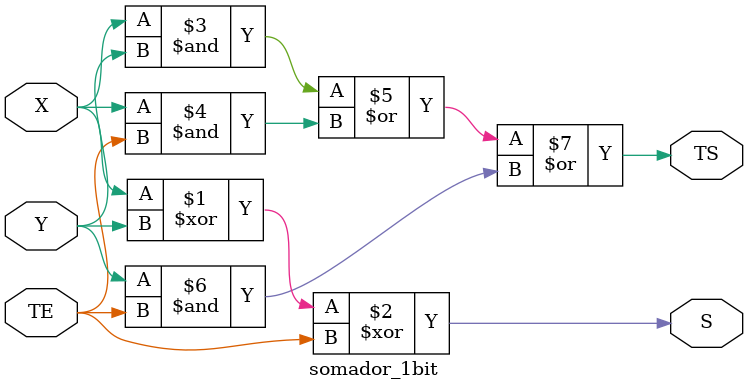
<source format=v>
module somador_1bit(X,Y, TE, S,TS);

input X,Y,TE; //entradas de controle(X e Y são 1bit cada)e o transporte de entrada
output S,TS; //saida no display de 7 segmentos ( é um vetor de 7 bits)



assign S = ((X)^(Y)^(TE)); // expressão booleana para a a soma
assign TS = ((X&Y)|(X&TE)|(Y&TE)); //expressão booleana para o TS


endmodule
</source>
